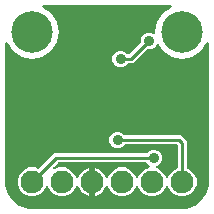
<source format=gbr>
G04 EAGLE Gerber RS-274X export*
G75*
%MOMM*%
%FSLAX34Y34*%
%LPD*%
%INBottom Copper*%
%IPPOS*%
%AMOC8*
5,1,8,0,0,1.08239X$1,22.5*%
G01*
%ADD10C,3.516000*%
%ADD11C,1.930400*%
%ADD12C,0.906400*%
%ADD13C,0.254000*%

G36*
X152422Y2543D02*
X152422Y2543D01*
X152500Y2545D01*
X155877Y2810D01*
X155945Y2824D01*
X156014Y2829D01*
X156170Y2869D01*
X162594Y4956D01*
X162701Y5006D01*
X162812Y5050D01*
X162863Y5083D01*
X162882Y5091D01*
X162897Y5104D01*
X162948Y5136D01*
X168412Y9107D01*
X168499Y9188D01*
X168546Y9227D01*
X168552Y9231D01*
X168553Y9232D01*
X168591Y9264D01*
X168629Y9310D01*
X168644Y9324D01*
X168655Y9342D01*
X168693Y9388D01*
X172664Y14852D01*
X172721Y14956D01*
X172785Y15056D01*
X172807Y15113D01*
X172817Y15131D01*
X172822Y15151D01*
X172844Y15206D01*
X174931Y21630D01*
X174944Y21698D01*
X174967Y21764D01*
X174990Y21923D01*
X175255Y25300D01*
X175255Y25304D01*
X175256Y25307D01*
X175255Y25326D01*
X175259Y25400D01*
X175259Y142396D01*
X175246Y142500D01*
X175242Y142604D01*
X175226Y142657D01*
X175219Y142711D01*
X175181Y142808D01*
X175151Y142909D01*
X175123Y142956D01*
X175102Y143007D01*
X175041Y143092D01*
X174987Y143181D01*
X174948Y143220D01*
X174916Y143265D01*
X174835Y143331D01*
X174761Y143404D01*
X174713Y143432D01*
X174671Y143467D01*
X174576Y143512D01*
X174486Y143564D01*
X174433Y143579D01*
X174383Y143603D01*
X174280Y143622D01*
X174180Y143651D01*
X174125Y143652D01*
X174071Y143663D01*
X173966Y143656D01*
X173862Y143659D01*
X173808Y143646D01*
X173753Y143643D01*
X173654Y143611D01*
X173552Y143587D01*
X173503Y143562D01*
X173451Y143545D01*
X173362Y143489D01*
X173270Y143441D01*
X173228Y143404D01*
X173182Y143375D01*
X173110Y143299D01*
X173032Y143229D01*
X172979Y143159D01*
X172964Y143143D01*
X172957Y143130D01*
X172935Y143101D01*
X168434Y136366D01*
X161078Y131450D01*
X152400Y129724D01*
X143722Y131450D01*
X136366Y136366D01*
X132910Y141538D01*
X132900Y141549D01*
X132893Y141562D01*
X132796Y141669D01*
X132701Y141778D01*
X132689Y141787D01*
X132679Y141798D01*
X132559Y141877D01*
X132440Y141959D01*
X132426Y141964D01*
X132413Y141972D01*
X132277Y142019D01*
X132141Y142069D01*
X132127Y142071D01*
X132113Y142076D01*
X131969Y142087D01*
X131825Y142102D01*
X131810Y142100D01*
X131796Y142101D01*
X131654Y142076D01*
X131510Y142055D01*
X131497Y142049D01*
X131482Y142046D01*
X131350Y141987D01*
X131218Y141931D01*
X131206Y141922D01*
X131192Y141916D01*
X131079Y141826D01*
X130965Y141738D01*
X130955Y141727D01*
X130944Y141717D01*
X130857Y141602D01*
X130768Y141489D01*
X130762Y141475D01*
X130753Y141463D01*
X130682Y141319D01*
X130456Y140774D01*
X128466Y138784D01*
X125867Y137707D01*
X123302Y137707D01*
X123204Y137695D01*
X123105Y137692D01*
X123047Y137675D01*
X122987Y137667D01*
X122895Y137631D01*
X122799Y137603D01*
X122747Y137573D01*
X122691Y137550D01*
X122611Y137492D01*
X122526Y137442D01*
X122450Y137376D01*
X122434Y137364D01*
X122426Y137354D01*
X122405Y137336D01*
X110798Y125729D01*
X107047Y125729D01*
X106949Y125717D01*
X106850Y125714D01*
X106792Y125697D01*
X106732Y125689D01*
X106640Y125653D01*
X106545Y125625D01*
X106492Y125595D01*
X106436Y125572D01*
X106356Y125514D01*
X106271Y125464D01*
X106195Y125398D01*
X106179Y125386D01*
X106171Y125376D01*
X106150Y125358D01*
X104336Y123544D01*
X101737Y122467D01*
X98923Y122467D01*
X96324Y123544D01*
X94334Y125534D01*
X93257Y128133D01*
X93257Y130947D01*
X94334Y133546D01*
X96324Y135536D01*
X98923Y136613D01*
X101737Y136613D01*
X104336Y135536D01*
X106150Y133722D01*
X106228Y133662D01*
X106300Y133594D01*
X106353Y133565D01*
X106401Y133528D01*
X106492Y133488D01*
X106579Y133440D01*
X106637Y133425D01*
X106693Y133401D01*
X106791Y133386D01*
X106887Y133361D01*
X106987Y133355D01*
X107007Y133351D01*
X107019Y133353D01*
X107047Y133351D01*
X107116Y133351D01*
X107214Y133363D01*
X107313Y133366D01*
X107371Y133383D01*
X107431Y133391D01*
X107523Y133427D01*
X107619Y133455D01*
X107671Y133485D01*
X107727Y133508D01*
X107807Y133566D01*
X107892Y133616D01*
X107968Y133682D01*
X107984Y133694D01*
X107992Y133704D01*
X108013Y133722D01*
X117016Y142725D01*
X117076Y142803D01*
X117144Y142875D01*
X117173Y142928D01*
X117210Y142976D01*
X117250Y143067D01*
X117298Y143154D01*
X117313Y143212D01*
X117337Y143268D01*
X117352Y143366D01*
X117377Y143462D01*
X117383Y143562D01*
X117387Y143582D01*
X117385Y143594D01*
X117387Y143622D01*
X117387Y146187D01*
X118464Y148786D01*
X120454Y150776D01*
X123053Y151853D01*
X125867Y151853D01*
X127995Y150971D01*
X128010Y150967D01*
X128023Y150960D01*
X128163Y150925D01*
X128302Y150887D01*
X128317Y150887D01*
X128331Y150883D01*
X128475Y150884D01*
X128620Y150882D01*
X128635Y150886D01*
X128649Y150886D01*
X128788Y150922D01*
X128929Y150956D01*
X128942Y150963D01*
X128957Y150967D01*
X129082Y151037D01*
X129210Y151105D01*
X129221Y151115D01*
X129234Y151122D01*
X129339Y151222D01*
X129446Y151319D01*
X129454Y151331D01*
X129465Y151342D01*
X129541Y151464D01*
X129620Y151585D01*
X129625Y151599D01*
X129633Y151611D01*
X129677Y151749D01*
X129724Y151885D01*
X129725Y151900D01*
X129729Y151914D01*
X129737Y152058D01*
X129749Y152202D01*
X129746Y152217D01*
X129747Y152232D01*
X129726Y152391D01*
X129724Y152400D01*
X131450Y161078D01*
X136366Y168434D01*
X143101Y172935D01*
X143180Y173003D01*
X143265Y173064D01*
X143300Y173107D01*
X143341Y173143D01*
X143401Y173229D01*
X143467Y173309D01*
X143491Y173359D01*
X143522Y173405D01*
X143558Y173503D01*
X143603Y173597D01*
X143613Y173651D01*
X143632Y173703D01*
X143643Y173807D01*
X143663Y173910D01*
X143659Y173965D01*
X143665Y174019D01*
X143649Y174123D01*
X143643Y174227D01*
X143626Y174279D01*
X143618Y174334D01*
X143577Y174430D01*
X143545Y174529D01*
X143515Y174576D01*
X143494Y174627D01*
X143431Y174710D01*
X143375Y174798D01*
X143335Y174836D01*
X143301Y174880D01*
X143219Y174945D01*
X143143Y175016D01*
X143095Y175043D01*
X143052Y175077D01*
X142956Y175119D01*
X142865Y175170D01*
X142811Y175183D01*
X142761Y175206D01*
X142658Y175223D01*
X142557Y175249D01*
X142469Y175255D01*
X142447Y175258D01*
X142432Y175257D01*
X142396Y175259D01*
X35404Y175259D01*
X35300Y175246D01*
X35196Y175242D01*
X35143Y175226D01*
X35089Y175219D01*
X34992Y175181D01*
X34891Y175151D01*
X34844Y175123D01*
X34793Y175102D01*
X34708Y175041D01*
X34619Y174987D01*
X34580Y174948D01*
X34536Y174916D01*
X34469Y174835D01*
X34396Y174761D01*
X34368Y174713D01*
X34333Y174671D01*
X34288Y174576D01*
X34236Y174486D01*
X34221Y174433D01*
X34197Y174383D01*
X34178Y174280D01*
X34149Y174180D01*
X34148Y174125D01*
X34137Y174071D01*
X34144Y173966D01*
X34141Y173862D01*
X34154Y173808D01*
X34157Y173753D01*
X34189Y173654D01*
X34213Y173552D01*
X34238Y173503D01*
X34255Y173451D01*
X34311Y173362D01*
X34359Y173270D01*
X34396Y173228D01*
X34425Y173182D01*
X34501Y173110D01*
X34571Y173032D01*
X34641Y172979D01*
X34657Y172964D01*
X34670Y172957D01*
X34699Y172935D01*
X41434Y168434D01*
X46350Y161078D01*
X48076Y152400D01*
X46350Y143722D01*
X41434Y136366D01*
X34078Y131450D01*
X25400Y129724D01*
X16722Y131450D01*
X9366Y136366D01*
X4865Y143101D01*
X4797Y143180D01*
X4736Y143265D01*
X4693Y143300D01*
X4657Y143341D01*
X4571Y143401D01*
X4491Y143467D01*
X4441Y143491D01*
X4395Y143522D01*
X4297Y143558D01*
X4203Y143603D01*
X4149Y143613D01*
X4097Y143632D01*
X3993Y143643D01*
X3890Y143663D01*
X3835Y143659D01*
X3781Y143665D01*
X3677Y143649D01*
X3573Y143643D01*
X3521Y143626D01*
X3466Y143618D01*
X3370Y143577D01*
X3271Y143545D01*
X3224Y143515D01*
X3173Y143494D01*
X3090Y143431D01*
X3002Y143375D01*
X2964Y143335D01*
X2920Y143301D01*
X2855Y143219D01*
X2784Y143143D01*
X2757Y143095D01*
X2723Y143052D01*
X2681Y142956D01*
X2630Y142865D01*
X2617Y142811D01*
X2594Y142761D01*
X2577Y142658D01*
X2551Y142557D01*
X2545Y142469D01*
X2542Y142447D01*
X2543Y142432D01*
X2541Y142396D01*
X2541Y25400D01*
X2543Y25378D01*
X2545Y25300D01*
X2810Y21923D01*
X2824Y21855D01*
X2829Y21786D01*
X2869Y21630D01*
X4956Y15206D01*
X5006Y15099D01*
X5050Y14988D01*
X5083Y14937D01*
X5091Y14918D01*
X5104Y14903D01*
X5136Y14852D01*
X9107Y9388D01*
X9127Y9366D01*
X9138Y9348D01*
X9184Y9305D01*
X9188Y9301D01*
X9264Y9209D01*
X9310Y9171D01*
X9324Y9156D01*
X9342Y9145D01*
X9388Y9107D01*
X14596Y5322D01*
X14852Y5136D01*
X14956Y5079D01*
X15056Y5015D01*
X15113Y4993D01*
X15131Y4983D01*
X15151Y4978D01*
X15206Y4956D01*
X21630Y2869D01*
X21698Y2856D01*
X21764Y2833D01*
X21923Y2810D01*
X25300Y2545D01*
X25322Y2546D01*
X25400Y2541D01*
X152400Y2541D01*
X152422Y2543D01*
G37*
%LPC*%
G36*
X22975Y13207D02*
X22975Y13207D01*
X18493Y15063D01*
X15063Y18493D01*
X13207Y22975D01*
X13207Y27825D01*
X15063Y32307D01*
X18493Y35737D01*
X22975Y37593D01*
X27825Y37593D01*
X30138Y36635D01*
X30166Y36627D01*
X30192Y36614D01*
X30319Y36585D01*
X30444Y36551D01*
X30474Y36551D01*
X30503Y36544D01*
X30632Y36548D01*
X30762Y36546D01*
X30791Y36553D01*
X30821Y36554D01*
X30945Y36590D01*
X31072Y36620D01*
X31098Y36634D01*
X31126Y36642D01*
X31238Y36708D01*
X31353Y36769D01*
X31375Y36789D01*
X31400Y36804D01*
X31521Y36910D01*
X44142Y49531D01*
X121553Y49531D01*
X121651Y49543D01*
X121750Y49546D01*
X121808Y49563D01*
X121868Y49571D01*
X121960Y49607D01*
X122055Y49635D01*
X122108Y49665D01*
X122164Y49688D01*
X122244Y49746D01*
X122329Y49796D01*
X122405Y49862D01*
X122421Y49874D01*
X122429Y49884D01*
X122450Y49902D01*
X124264Y51716D01*
X126863Y52793D01*
X129677Y52793D01*
X132276Y51716D01*
X134266Y49726D01*
X135343Y47127D01*
X135343Y44313D01*
X134266Y41714D01*
X132276Y39724D01*
X131109Y39241D01*
X131052Y39208D01*
X131012Y39192D01*
X130972Y39163D01*
X130865Y39107D01*
X130850Y39093D01*
X130833Y39083D01*
X130733Y38986D01*
X130630Y38893D01*
X130619Y38876D01*
X130604Y38862D01*
X130532Y38743D01*
X130455Y38627D01*
X130449Y38608D01*
X130438Y38591D01*
X130397Y38458D01*
X130352Y38326D01*
X130350Y38306D01*
X130345Y38287D01*
X130338Y38148D01*
X130327Y38009D01*
X130330Y37989D01*
X130329Y37969D01*
X130357Y37833D01*
X130381Y37696D01*
X130390Y37677D01*
X130394Y37658D01*
X130455Y37532D01*
X130512Y37406D01*
X130524Y37390D01*
X130533Y37372D01*
X130624Y37266D01*
X130710Y37157D01*
X130727Y37145D01*
X130740Y37130D01*
X130854Y37050D01*
X130965Y36966D01*
X130990Y36954D01*
X131000Y36947D01*
X131019Y36939D01*
X131109Y36895D01*
X133907Y35737D01*
X137337Y32307D01*
X138527Y29432D01*
X138596Y29311D01*
X138661Y29188D01*
X138675Y29173D01*
X138685Y29155D01*
X138782Y29055D01*
X138875Y28953D01*
X138892Y28941D01*
X138906Y28927D01*
X139024Y28854D01*
X139141Y28778D01*
X139160Y28771D01*
X139177Y28761D01*
X139310Y28720D01*
X139442Y28675D01*
X139462Y28673D01*
X139481Y28667D01*
X139620Y28660D01*
X139759Y28649D01*
X139779Y28653D01*
X139799Y28652D01*
X139935Y28680D01*
X140072Y28704D01*
X140091Y28712D01*
X140110Y28716D01*
X140235Y28777D01*
X140362Y28834D01*
X140378Y28847D01*
X140396Y28856D01*
X140502Y28946D01*
X140610Y29033D01*
X140623Y29049D01*
X140638Y29062D01*
X140718Y29176D01*
X140802Y29287D01*
X140814Y29312D01*
X140821Y29322D01*
X140828Y29342D01*
X140873Y29432D01*
X142063Y32307D01*
X145493Y35737D01*
X147806Y36694D01*
X147831Y36709D01*
X147859Y36718D01*
X147969Y36787D01*
X148082Y36852D01*
X148103Y36872D01*
X148128Y36888D01*
X148217Y36983D01*
X148310Y37073D01*
X148326Y37098D01*
X148346Y37120D01*
X148409Y37234D01*
X148477Y37344D01*
X148485Y37372D01*
X148500Y37398D01*
X148532Y37524D01*
X148570Y37648D01*
X148572Y37678D01*
X148579Y37706D01*
X148589Y37867D01*
X148589Y55880D01*
X148574Y55998D01*
X148567Y56117D01*
X148554Y56155D01*
X148549Y56196D01*
X148506Y56306D01*
X148469Y56419D01*
X148447Y56454D01*
X148432Y56491D01*
X148363Y56587D01*
X148299Y56688D01*
X148269Y56716D01*
X148246Y56749D01*
X148154Y56825D01*
X148067Y56906D01*
X148032Y56926D01*
X148001Y56951D01*
X147893Y57002D01*
X147789Y57060D01*
X147749Y57070D01*
X147713Y57087D01*
X147596Y57109D01*
X147481Y57139D01*
X147421Y57143D01*
X147401Y57147D01*
X147380Y57145D01*
X147320Y57149D01*
X104507Y57149D01*
X104409Y57137D01*
X104310Y57134D01*
X104252Y57117D01*
X104192Y57109D01*
X104100Y57073D01*
X104005Y57045D01*
X103952Y57015D01*
X103896Y56992D01*
X103816Y56934D01*
X103731Y56884D01*
X103655Y56818D01*
X103639Y56806D01*
X103631Y56796D01*
X103610Y56778D01*
X101796Y54964D01*
X99197Y53887D01*
X96383Y53887D01*
X93784Y54964D01*
X91794Y56954D01*
X90717Y59553D01*
X90717Y62367D01*
X91794Y64966D01*
X93784Y66956D01*
X96383Y68033D01*
X99197Y68033D01*
X101796Y66956D01*
X103610Y65142D01*
X103688Y65082D01*
X103760Y65014D01*
X103813Y64985D01*
X103861Y64948D01*
X103952Y64908D01*
X104039Y64860D01*
X104097Y64845D01*
X104153Y64821D01*
X104251Y64806D01*
X104347Y64781D01*
X104447Y64775D01*
X104467Y64771D01*
X104479Y64773D01*
X104507Y64771D01*
X151438Y64771D01*
X156211Y59998D01*
X156211Y37867D01*
X156214Y37838D01*
X156212Y37808D01*
X156234Y37680D01*
X156251Y37551D01*
X156261Y37524D01*
X156266Y37495D01*
X156320Y37376D01*
X156368Y37256D01*
X156385Y37232D01*
X156397Y37205D01*
X156478Y37103D01*
X156554Y36998D01*
X156577Y36980D01*
X156596Y36956D01*
X156699Y36878D01*
X156799Y36796D01*
X156826Y36783D01*
X156850Y36765D01*
X156994Y36694D01*
X159307Y35737D01*
X162737Y32307D01*
X164593Y27825D01*
X164593Y22975D01*
X162737Y18493D01*
X159307Y15063D01*
X154825Y13207D01*
X149975Y13207D01*
X145493Y15063D01*
X142063Y18493D01*
X140873Y21368D01*
X140804Y21489D01*
X140739Y21612D01*
X140725Y21627D01*
X140715Y21645D01*
X140618Y21745D01*
X140525Y21847D01*
X140508Y21859D01*
X140494Y21873D01*
X140375Y21946D01*
X140259Y22022D01*
X140240Y22029D01*
X140223Y22039D01*
X140090Y22080D01*
X139958Y22125D01*
X139938Y22127D01*
X139919Y22133D01*
X139780Y22140D01*
X139641Y22151D01*
X139621Y22147D01*
X139601Y22148D01*
X139465Y22120D01*
X139328Y22096D01*
X139309Y22088D01*
X139290Y22084D01*
X139164Y22023D01*
X139038Y21966D01*
X139022Y21953D01*
X139004Y21944D01*
X138898Y21854D01*
X138790Y21767D01*
X138777Y21751D01*
X138762Y21738D01*
X138682Y21624D01*
X138598Y21513D01*
X138586Y21488D01*
X138579Y21478D01*
X138572Y21458D01*
X138527Y21368D01*
X137337Y18493D01*
X133907Y15063D01*
X129425Y13207D01*
X124575Y13207D01*
X120093Y15063D01*
X116663Y18493D01*
X115473Y21368D01*
X115404Y21489D01*
X115339Y21612D01*
X115325Y21627D01*
X115315Y21645D01*
X115218Y21745D01*
X115125Y21847D01*
X115108Y21859D01*
X115094Y21873D01*
X114975Y21946D01*
X114859Y22022D01*
X114840Y22029D01*
X114823Y22039D01*
X114690Y22080D01*
X114558Y22125D01*
X114538Y22127D01*
X114519Y22133D01*
X114380Y22140D01*
X114241Y22151D01*
X114221Y22147D01*
X114201Y22148D01*
X114065Y22120D01*
X113928Y22096D01*
X113909Y22088D01*
X113890Y22084D01*
X113764Y22023D01*
X113638Y21966D01*
X113622Y21953D01*
X113604Y21944D01*
X113498Y21854D01*
X113390Y21767D01*
X113377Y21751D01*
X113362Y21738D01*
X113282Y21624D01*
X113198Y21513D01*
X113186Y21488D01*
X113179Y21478D01*
X113172Y21458D01*
X113127Y21368D01*
X111937Y18493D01*
X108507Y15063D01*
X104025Y13207D01*
X99175Y13207D01*
X94693Y15063D01*
X91263Y18493D01*
X90065Y21386D01*
X90051Y21412D01*
X90041Y21440D01*
X89972Y21550D01*
X89908Y21662D01*
X89887Y21684D01*
X89871Y21709D01*
X89777Y21798D01*
X89687Y21891D01*
X89661Y21906D01*
X89639Y21927D01*
X89526Y21989D01*
X89415Y22057D01*
X89387Y22066D01*
X89361Y22080D01*
X89235Y22113D01*
X89111Y22151D01*
X89082Y22152D01*
X89053Y22159D01*
X88923Y22160D01*
X88794Y22166D01*
X88765Y22160D01*
X88735Y22160D01*
X88609Y22128D01*
X88482Y22101D01*
X88455Y22088D01*
X88427Y22081D01*
X88313Y22019D01*
X88197Y21962D01*
X88174Y21942D01*
X88148Y21928D01*
X88053Y21840D01*
X87955Y21755D01*
X87937Y21731D01*
X87916Y21710D01*
X87846Y21601D01*
X87772Y21495D01*
X87761Y21467D01*
X87745Y21442D01*
X87686Y21292D01*
X87499Y20720D01*
X86628Y19010D01*
X85500Y17457D01*
X84143Y16100D01*
X82590Y14972D01*
X80880Y14101D01*
X79055Y13507D01*
X78699Y13451D01*
X78699Y24170D01*
X78684Y24288D01*
X78677Y24407D01*
X78664Y24445D01*
X78659Y24485D01*
X78616Y24596D01*
X78579Y24709D01*
X78557Y24743D01*
X78542Y24781D01*
X78473Y24877D01*
X78409Y24978D01*
X78379Y25006D01*
X78356Y25038D01*
X78264Y25114D01*
X78177Y25196D01*
X78142Y25215D01*
X78111Y25241D01*
X78003Y25292D01*
X77899Y25349D01*
X77859Y25359D01*
X77823Y25377D01*
X77716Y25397D01*
X77746Y25401D01*
X77856Y25445D01*
X77969Y25481D01*
X78004Y25503D01*
X78041Y25518D01*
X78137Y25588D01*
X78238Y25651D01*
X78266Y25681D01*
X78299Y25705D01*
X78375Y25796D01*
X78456Y25883D01*
X78476Y25918D01*
X78501Y25950D01*
X78552Y26057D01*
X78610Y26162D01*
X78620Y26201D01*
X78637Y26237D01*
X78659Y26354D01*
X78689Y26470D01*
X78693Y26530D01*
X78697Y26550D01*
X78695Y26570D01*
X78697Y26576D01*
X78696Y26583D01*
X78699Y26630D01*
X78699Y37349D01*
X79055Y37293D01*
X80880Y36699D01*
X82590Y35828D01*
X84143Y34700D01*
X85500Y33343D01*
X86628Y31790D01*
X87499Y30080D01*
X87686Y29508D01*
X87698Y29481D01*
X87705Y29451D01*
X87766Y29337D01*
X87821Y29220D01*
X87840Y29197D01*
X87854Y29170D01*
X87941Y29074D01*
X88024Y28975D01*
X88048Y28957D01*
X88068Y28935D01*
X88176Y28864D01*
X88281Y28788D01*
X88309Y28777D01*
X88334Y28760D01*
X88456Y28718D01*
X88577Y28670D01*
X88606Y28667D01*
X88634Y28657D01*
X88764Y28647D01*
X88892Y28630D01*
X88922Y28634D01*
X88951Y28632D01*
X89079Y28654D01*
X89208Y28670D01*
X89235Y28681D01*
X89265Y28686D01*
X89383Y28739D01*
X89503Y28787D01*
X89528Y28805D01*
X89555Y28817D01*
X89656Y28898D01*
X89761Y28974D01*
X89780Y28997D01*
X89803Y29015D01*
X89881Y29119D01*
X89964Y29219D01*
X89976Y29246D01*
X89994Y29269D01*
X90065Y29414D01*
X91263Y32307D01*
X94693Y35737D01*
X99175Y37593D01*
X104025Y37593D01*
X108507Y35737D01*
X111937Y32307D01*
X113127Y29432D01*
X113196Y29311D01*
X113261Y29188D01*
X113275Y29173D01*
X113285Y29155D01*
X113382Y29055D01*
X113475Y28953D01*
X113492Y28941D01*
X113506Y28927D01*
X113624Y28854D01*
X113741Y28778D01*
X113760Y28771D01*
X113777Y28761D01*
X113910Y28720D01*
X114042Y28675D01*
X114062Y28673D01*
X114081Y28667D01*
X114220Y28660D01*
X114359Y28649D01*
X114379Y28653D01*
X114399Y28652D01*
X114535Y28680D01*
X114672Y28704D01*
X114691Y28712D01*
X114710Y28716D01*
X114835Y28777D01*
X114962Y28834D01*
X114978Y28847D01*
X114996Y28856D01*
X115102Y28946D01*
X115210Y29033D01*
X115223Y29049D01*
X115238Y29062D01*
X115318Y29176D01*
X115402Y29287D01*
X115414Y29312D01*
X115421Y29322D01*
X115428Y29342D01*
X115473Y29432D01*
X116663Y32307D01*
X120093Y35737D01*
X124161Y37421D01*
X124282Y37490D01*
X124405Y37555D01*
X124420Y37569D01*
X124437Y37579D01*
X124537Y37676D01*
X124640Y37769D01*
X124651Y37786D01*
X124666Y37800D01*
X124738Y37919D01*
X124815Y38035D01*
X124821Y38054D01*
X124832Y38071D01*
X124873Y38204D01*
X124918Y38336D01*
X124920Y38356D01*
X124925Y38375D01*
X124932Y38514D01*
X124943Y38653D01*
X124940Y38673D01*
X124941Y38693D01*
X124912Y38829D01*
X124889Y38966D01*
X124880Y38984D01*
X124876Y39004D01*
X124815Y39130D01*
X124758Y39256D01*
X124745Y39272D01*
X124737Y39290D01*
X124646Y39396D01*
X124559Y39505D01*
X124543Y39517D01*
X124530Y39532D01*
X124416Y39612D01*
X124305Y39696D01*
X124280Y39708D01*
X124278Y39710D01*
X122450Y41538D01*
X122372Y41598D01*
X122300Y41666D01*
X122247Y41695D01*
X122199Y41732D01*
X122108Y41772D01*
X122021Y41820D01*
X121963Y41835D01*
X121907Y41859D01*
X121809Y41874D01*
X121713Y41899D01*
X121613Y41905D01*
X121593Y41909D01*
X121581Y41907D01*
X121553Y41909D01*
X47824Y41909D01*
X47726Y41897D01*
X47627Y41894D01*
X47569Y41877D01*
X47509Y41869D01*
X47417Y41833D01*
X47321Y41805D01*
X47269Y41775D01*
X47213Y41752D01*
X47133Y41694D01*
X47048Y41644D01*
X46972Y41578D01*
X46956Y41566D01*
X46948Y41556D01*
X46927Y41538D01*
X43681Y38291D01*
X43638Y38236D01*
X43588Y38188D01*
X43541Y38111D01*
X43486Y38040D01*
X43458Y37976D01*
X43421Y37917D01*
X43395Y37831D01*
X43359Y37748D01*
X43348Y37679D01*
X43328Y37613D01*
X43324Y37523D01*
X43309Y37434D01*
X43316Y37365D01*
X43313Y37295D01*
X43331Y37207D01*
X43339Y37118D01*
X43363Y37052D01*
X43377Y36984D01*
X43416Y36903D01*
X43447Y36818D01*
X43486Y36760D01*
X43517Y36698D01*
X43575Y36630D01*
X43625Y36555D01*
X43678Y36509D01*
X43723Y36456D01*
X43797Y36404D01*
X43864Y36345D01*
X43926Y36313D01*
X43983Y36273D01*
X44067Y36241D01*
X44147Y36200D01*
X44215Y36185D01*
X44281Y36160D01*
X44370Y36150D01*
X44457Y36130D01*
X44527Y36133D01*
X44597Y36125D01*
X44686Y36137D01*
X44775Y36140D01*
X44842Y36159D01*
X44911Y36169D01*
X45064Y36221D01*
X48375Y37593D01*
X53225Y37593D01*
X57707Y35737D01*
X61137Y32307D01*
X62335Y29414D01*
X62349Y29388D01*
X62359Y29360D01*
X62428Y29250D01*
X62492Y29138D01*
X62513Y29116D01*
X62529Y29091D01*
X62623Y29002D01*
X62713Y28909D01*
X62739Y28894D01*
X62761Y28873D01*
X62874Y28811D01*
X62985Y28743D01*
X63013Y28734D01*
X63039Y28720D01*
X63165Y28687D01*
X63289Y28649D01*
X63318Y28648D01*
X63347Y28641D01*
X63477Y28640D01*
X63606Y28634D01*
X63635Y28640D01*
X63665Y28640D01*
X63791Y28672D01*
X63918Y28699D01*
X63945Y28712D01*
X63973Y28719D01*
X64087Y28781D01*
X64203Y28838D01*
X64226Y28858D01*
X64252Y28872D01*
X64347Y28960D01*
X64445Y29045D01*
X64463Y29069D01*
X64484Y29090D01*
X64554Y29199D01*
X64628Y29305D01*
X64639Y29333D01*
X64655Y29358D01*
X64714Y29508D01*
X64898Y30071D01*
X64898Y30072D01*
X64901Y30080D01*
X65772Y31790D01*
X66900Y33343D01*
X68257Y34700D01*
X69810Y35828D01*
X71520Y36699D01*
X73345Y37293D01*
X73701Y37349D01*
X73701Y26630D01*
X73716Y26512D01*
X73723Y26393D01*
X73735Y26355D01*
X73741Y26315D01*
X73784Y26204D01*
X73821Y26091D01*
X73843Y26057D01*
X73858Y26019D01*
X73927Y25923D01*
X73991Y25822D01*
X74021Y25794D01*
X74044Y25762D01*
X74136Y25686D01*
X74223Y25604D01*
X74258Y25585D01*
X74289Y25559D01*
X74397Y25508D01*
X74501Y25451D01*
X74541Y25441D01*
X74577Y25423D01*
X74684Y25403D01*
X74654Y25399D01*
X74544Y25355D01*
X74431Y25319D01*
X74396Y25297D01*
X74359Y25282D01*
X74262Y25212D01*
X74162Y25149D01*
X74134Y25119D01*
X74101Y25095D01*
X74025Y25004D01*
X73944Y24917D01*
X73924Y24882D01*
X73899Y24850D01*
X73848Y24743D01*
X73790Y24638D01*
X73780Y24599D01*
X73763Y24563D01*
X73741Y24446D01*
X73711Y24330D01*
X73707Y24270D01*
X73703Y24250D01*
X73705Y24230D01*
X73701Y24170D01*
X73701Y13451D01*
X73345Y13507D01*
X71520Y14101D01*
X69810Y14972D01*
X68257Y16100D01*
X66900Y17457D01*
X65772Y19010D01*
X64901Y20720D01*
X64714Y21292D01*
X64702Y21319D01*
X64695Y21349D01*
X64634Y21463D01*
X64579Y21580D01*
X64560Y21603D01*
X64546Y21630D01*
X64459Y21726D01*
X64376Y21825D01*
X64352Y21843D01*
X64332Y21865D01*
X64224Y21936D01*
X64119Y22012D01*
X64091Y22023D01*
X64066Y22040D01*
X63944Y22082D01*
X63823Y22130D01*
X63794Y22133D01*
X63766Y22143D01*
X63636Y22153D01*
X63508Y22170D01*
X63478Y22166D01*
X63449Y22168D01*
X63321Y22146D01*
X63192Y22130D01*
X63165Y22119D01*
X63135Y22114D01*
X63017Y22061D01*
X62897Y22013D01*
X62872Y21995D01*
X62845Y21983D01*
X62744Y21902D01*
X62639Y21826D01*
X62620Y21803D01*
X62597Y21785D01*
X62519Y21681D01*
X62436Y21581D01*
X62424Y21554D01*
X62406Y21531D01*
X62335Y21386D01*
X61137Y18493D01*
X57707Y15063D01*
X53225Y13207D01*
X48375Y13207D01*
X43893Y15063D01*
X40463Y18493D01*
X39273Y21368D01*
X39204Y21489D01*
X39139Y21612D01*
X39125Y21627D01*
X39115Y21645D01*
X39018Y21745D01*
X38925Y21847D01*
X38908Y21859D01*
X38894Y21873D01*
X38775Y21946D01*
X38659Y22022D01*
X38640Y22029D01*
X38623Y22039D01*
X38490Y22080D01*
X38358Y22125D01*
X38338Y22127D01*
X38319Y22133D01*
X38180Y22140D01*
X38041Y22151D01*
X38021Y22147D01*
X38001Y22148D01*
X37865Y22120D01*
X37728Y22096D01*
X37709Y22088D01*
X37690Y22084D01*
X37564Y22023D01*
X37438Y21966D01*
X37422Y21953D01*
X37404Y21944D01*
X37298Y21854D01*
X37190Y21767D01*
X37177Y21751D01*
X37162Y21738D01*
X37082Y21624D01*
X36998Y21513D01*
X36986Y21488D01*
X36979Y21478D01*
X36972Y21458D01*
X36927Y21368D01*
X35737Y18493D01*
X32307Y15063D01*
X27825Y13207D01*
X22975Y13207D01*
G37*
%LPD*%
D10*
X25400Y152400D03*
X152400Y152400D03*
D11*
X25400Y25400D03*
X50800Y25400D03*
X76200Y25400D03*
X101600Y25400D03*
X127000Y25400D03*
X152400Y25400D03*
D12*
X97790Y60960D03*
D13*
X149860Y60960D01*
X152400Y58420D01*
X152400Y25400D01*
D12*
X8890Y129540D03*
X50800Y135890D03*
X49530Y59690D03*
X30480Y87630D03*
X57150Y109220D03*
X124460Y144780D03*
X100330Y129540D03*
D13*
X109220Y129540D02*
X124460Y144780D01*
X109220Y129540D02*
X100330Y129540D01*
D12*
X128270Y45720D03*
D13*
X45720Y45720D01*
X25400Y25400D01*
M02*

</source>
